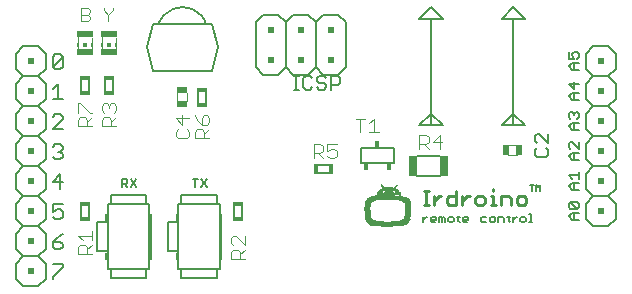
<source format=gto>
G75*
%MOIN*%
%OFA0B0*%
%FSLAX24Y24*%
%IPPOS*%
%LPD*%
%AMOC8*
5,1,8,0,0,1.08239X$1,22.5*
%
%ADD10C,0.0050*%
%ADD11C,0.0090*%
%ADD12C,0.0070*%
%ADD13C,0.0060*%
%ADD14R,0.0200X0.0200*%
%ADD15R,0.0400X0.0010*%
%ADD16R,0.0760X0.0010*%
%ADD17R,0.0960X0.0010*%
%ADD18R,0.1030X0.0010*%
%ADD19R,0.1120X0.0010*%
%ADD20R,0.1190X0.0010*%
%ADD21R,0.1220X0.0010*%
%ADD22R,0.1260X0.0010*%
%ADD23R,0.1300X0.0010*%
%ADD24R,0.1320X0.0010*%
%ADD25R,0.1350X0.0010*%
%ADD26R,0.1370X0.0010*%
%ADD27R,0.1380X0.0010*%
%ADD28R,0.1400X0.0010*%
%ADD29R,0.1420X0.0010*%
%ADD30R,0.0600X0.0010*%
%ADD31R,0.0610X0.0010*%
%ADD32R,0.0420X0.0010*%
%ADD33R,0.0330X0.0010*%
%ADD34R,0.0360X0.0010*%
%ADD35R,0.0320X0.0010*%
%ADD36R,0.0280X0.0010*%
%ADD37R,0.0300X0.0010*%
%ADD38R,0.0260X0.0010*%
%ADD39R,0.0270X0.0010*%
%ADD40R,0.0240X0.0010*%
%ADD41R,0.0250X0.0010*%
%ADD42R,0.0230X0.0010*%
%ADD43R,0.0220X0.0010*%
%ADD44R,0.0210X0.0010*%
%ADD45R,0.0200X0.0010*%
%ADD46R,0.0190X0.0010*%
%ADD47R,0.0180X0.0010*%
%ADD48R,0.0170X0.0010*%
%ADD49R,0.0480X0.0010*%
%ADD50R,0.1410X0.0010*%
%ADD51R,0.1390X0.0010*%
%ADD52R,0.1360X0.0010*%
%ADD53R,0.1330X0.0010*%
%ADD54R,0.1310X0.0010*%
%ADD55R,0.1210X0.0010*%
%ADD56R,0.1160X0.0010*%
%ADD57R,0.1090X0.0010*%
%ADD58R,0.0970X0.0010*%
%ADD59R,0.0840X0.0010*%
%ADD60R,0.0660X0.0010*%
%ADD61R,0.0050X0.0010*%
%ADD62R,0.0790X0.0010*%
%ADD63R,0.0800X0.0010*%
%ADD64R,0.0780X0.0010*%
%ADD65R,0.0310X0.0010*%
%ADD66R,0.0290X0.0010*%
%ADD67R,0.0150X0.0010*%
%ADD68R,0.0160X0.0010*%
%ADD69R,0.0140X0.0010*%
%ADD70R,0.0130X0.0010*%
%ADD71R,0.0640X0.0010*%
%ADD72R,0.0590X0.0010*%
%ADD73R,0.0560X0.0010*%
%ADD74R,0.0540X0.0010*%
%ADD75R,0.0500X0.0010*%
%ADD76R,0.0470X0.0010*%
%ADD77R,0.0430X0.0010*%
%ADD78R,0.0030X0.0010*%
%ADD79R,0.0040X0.0010*%
%ADD80R,0.0020X0.0010*%
%ADD81R,0.0340X0.0160*%
%ADD82C,0.0040*%
%ADD83R,0.0374X0.0197*%
%ADD84R,0.0374X0.0197*%
%ADD85R,0.0290X0.0690*%
%ADD86R,0.0160X0.0340*%
%ADD87R,0.0197X0.0374*%
%ADD88R,0.0197X0.0374*%
%ADD89R,0.0059X0.0118*%
%ADD90R,0.0118X0.0118*%
%ADD91R,0.0531X0.0236*%
%ADD92R,0.0180X0.0230*%
D10*
X006057Y011047D02*
X006057Y011342D01*
X005961Y011342D01*
X005961Y011933D01*
X005607Y011933D01*
X005607Y012917D01*
X005961Y012917D01*
X005961Y013508D01*
X006057Y013508D01*
X006057Y013803D01*
X007243Y013803D01*
X007243Y013508D01*
X007339Y013508D01*
X007339Y011342D01*
X007243Y011342D01*
X007243Y011047D01*
X006057Y011047D01*
X006057Y011342D02*
X007243Y011342D01*
X007398Y011677D02*
X007398Y013173D01*
X007243Y013508D02*
X006057Y013508D01*
X005902Y013173D02*
X005902Y012976D01*
X005961Y012917D02*
X005961Y011933D01*
X005902Y011874D02*
X005902Y011677D01*
X007957Y011933D02*
X008311Y011933D01*
X008311Y012917D01*
X007957Y012917D01*
X007957Y011933D01*
X008252Y011874D02*
X008252Y011677D01*
X008311Y011933D02*
X008311Y011342D01*
X008407Y011342D01*
X008407Y011047D01*
X009593Y011047D01*
X009593Y011342D01*
X008407Y011342D01*
X009593Y011342D02*
X009689Y011342D01*
X009689Y013508D01*
X009593Y013508D01*
X009593Y013803D01*
X008407Y013803D01*
X008407Y013508D01*
X009593Y013508D01*
X009748Y013173D02*
X009748Y011677D01*
X008311Y012917D02*
X008311Y013508D01*
X008407Y013508D01*
X008252Y013173D02*
X008252Y012976D01*
X012172Y017325D02*
X012322Y017325D01*
X012247Y017325D02*
X012247Y017776D01*
X012172Y017776D02*
X012322Y017776D01*
X012479Y017701D02*
X012479Y017400D01*
X012554Y017325D01*
X012704Y017325D01*
X012780Y017400D01*
X012940Y017400D02*
X013015Y017325D01*
X013165Y017325D01*
X013240Y017400D01*
X013240Y017475D01*
X013165Y017550D01*
X013015Y017550D01*
X012940Y017625D01*
X012940Y017701D01*
X013015Y017776D01*
X013165Y017776D01*
X013240Y017701D01*
X013400Y017776D02*
X013625Y017776D01*
X013700Y017701D01*
X013700Y017550D01*
X013625Y017475D01*
X013400Y017475D01*
X013400Y017325D02*
X013400Y017776D01*
X012780Y017701D02*
X012704Y017776D01*
X012554Y017776D01*
X012479Y017701D01*
X014390Y015385D02*
X015510Y015385D01*
X015510Y014865D01*
X014390Y014865D01*
X014390Y015385D01*
X016337Y016132D02*
X017125Y016132D01*
X016731Y016525D01*
X016337Y016132D01*
X016731Y016132D02*
X016731Y016525D01*
X016731Y019675D01*
X016337Y019675D01*
X016731Y020069D01*
X017125Y019675D01*
X016731Y019675D01*
X019087Y019675D02*
X019481Y020069D01*
X019875Y019675D01*
X019481Y019675D01*
X019481Y016525D01*
X019875Y016132D01*
X019087Y016132D01*
X019481Y016525D01*
X019481Y016132D01*
X020200Y015765D02*
X020200Y015615D01*
X020275Y015540D01*
X020275Y015379D02*
X020200Y015304D01*
X020200Y015154D01*
X020275Y015079D01*
X020575Y015079D01*
X020650Y015154D01*
X020650Y015304D01*
X020575Y015379D01*
X020650Y015540D02*
X020350Y015840D01*
X020275Y015840D01*
X020200Y015765D01*
X020650Y015840D02*
X020650Y015540D01*
X021320Y015524D02*
X021320Y015407D01*
X021378Y015349D01*
X021437Y015214D02*
X021670Y015214D01*
X021670Y015349D02*
X021437Y015582D01*
X021378Y015582D01*
X021320Y015524D01*
X021437Y015214D02*
X021320Y015097D01*
X021437Y014981D01*
X021670Y014981D01*
X021495Y014981D02*
X021495Y015214D01*
X021670Y015349D02*
X021670Y015582D01*
X021670Y015981D02*
X021437Y015981D01*
X021320Y016097D01*
X021437Y016214D01*
X021670Y016214D01*
X021612Y016349D02*
X021670Y016407D01*
X021670Y016524D01*
X021612Y016582D01*
X021553Y016582D01*
X021495Y016524D01*
X021495Y016466D01*
X021495Y016524D02*
X021437Y016582D01*
X021378Y016582D01*
X021320Y016524D01*
X021320Y016407D01*
X021378Y016349D01*
X021495Y016214D02*
X021495Y015981D01*
X021495Y016981D02*
X021495Y017214D01*
X021437Y017214D02*
X021670Y017214D01*
X021495Y017349D02*
X021495Y017582D01*
X021320Y017524D02*
X021495Y017349D01*
X021437Y017214D02*
X021320Y017097D01*
X021437Y016981D01*
X021670Y016981D01*
X021670Y017524D02*
X021320Y017524D01*
X021437Y017981D02*
X021320Y018097D01*
X021437Y018214D01*
X021670Y018214D01*
X021612Y018349D02*
X021670Y018407D01*
X021670Y018524D01*
X021612Y018582D01*
X021495Y018582D01*
X021437Y018524D01*
X021437Y018466D01*
X021495Y018349D01*
X021320Y018349D01*
X021320Y018582D01*
X021495Y018214D02*
X021495Y017981D01*
X021437Y017981D02*
X021670Y017981D01*
X019481Y019675D02*
X019087Y019675D01*
X021670Y014582D02*
X021670Y014349D01*
X021670Y014466D02*
X021320Y014466D01*
X021437Y014349D01*
X021437Y014214D02*
X021670Y014214D01*
X021495Y014214D02*
X021495Y013981D01*
X021437Y013981D02*
X021320Y014097D01*
X021437Y014214D01*
X021437Y013981D02*
X021670Y013981D01*
X021612Y013582D02*
X021378Y013582D01*
X021612Y013349D01*
X021670Y013407D01*
X021670Y013524D01*
X021612Y013582D01*
X021612Y013349D02*
X021378Y013349D01*
X021320Y013407D01*
X021320Y013524D01*
X021378Y013582D01*
X021437Y013214D02*
X021670Y013214D01*
X021495Y013214D02*
X021495Y012981D01*
X021437Y012981D02*
X021320Y013097D01*
X021437Y013214D01*
X021437Y012981D02*
X021670Y012981D01*
X020373Y013950D02*
X020373Y014140D01*
X020309Y014077D01*
X020246Y014140D01*
X020246Y013950D01*
X020088Y013950D02*
X020088Y014140D01*
X020025Y014140D02*
X020152Y014140D01*
X020056Y013170D02*
X020056Y012900D01*
X020011Y012900D02*
X020101Y012900D01*
X019896Y012945D02*
X019896Y013035D01*
X019851Y013080D01*
X019761Y013080D01*
X019716Y013035D01*
X019716Y012945D01*
X019761Y012900D01*
X019851Y012900D01*
X019896Y012945D01*
X020011Y013170D02*
X020056Y013170D01*
X019606Y013080D02*
X019561Y013080D01*
X019471Y012990D01*
X019471Y012900D02*
X019471Y013080D01*
X019364Y013080D02*
X019274Y013080D01*
X019319Y013125D02*
X019319Y012945D01*
X019364Y012900D01*
X019160Y012900D02*
X019160Y013035D01*
X019115Y013080D01*
X018980Y013080D01*
X018980Y012900D01*
X018865Y012945D02*
X018865Y013035D01*
X018820Y013080D01*
X018730Y013080D01*
X018685Y013035D01*
X018685Y012945D01*
X018730Y012900D01*
X018820Y012900D01*
X018865Y012945D01*
X018570Y012900D02*
X018435Y012900D01*
X018390Y012945D01*
X018390Y013035D01*
X018435Y013080D01*
X018570Y013080D01*
X017981Y013035D02*
X017981Y012990D01*
X017801Y012990D01*
X017801Y012945D02*
X017801Y013035D01*
X017846Y013080D01*
X017936Y013080D01*
X017981Y013035D01*
X017936Y012900D02*
X017846Y012900D01*
X017801Y012945D01*
X017695Y012900D02*
X017650Y012945D01*
X017650Y013125D01*
X017695Y013080D02*
X017604Y013080D01*
X017490Y013035D02*
X017445Y013080D01*
X017355Y013080D01*
X017310Y013035D01*
X017310Y012945D01*
X017355Y012900D01*
X017445Y012900D01*
X017490Y012945D01*
X017490Y013035D01*
X017195Y013035D02*
X017195Y012900D01*
X017105Y012900D02*
X017105Y013035D01*
X017150Y013080D01*
X017195Y013035D01*
X017105Y013035D02*
X017060Y013080D01*
X017015Y013080D01*
X017015Y012900D01*
X016901Y012990D02*
X016721Y012990D01*
X016721Y012945D02*
X016721Y013035D01*
X016766Y013080D01*
X016856Y013080D01*
X016901Y013035D01*
X016901Y012990D01*
X016856Y012900D02*
X016766Y012900D01*
X016721Y012945D01*
X016610Y013080D02*
X016565Y013080D01*
X016475Y012990D01*
X016475Y012900D02*
X016475Y013080D01*
X009435Y017948D02*
X007466Y017948D01*
X007269Y018735D01*
X007466Y019523D01*
X007663Y019523D01*
X009238Y019523D01*
X009435Y019523D01*
X009632Y018735D01*
X009435Y017948D01*
X009237Y019523D02*
X009216Y019576D01*
X009191Y019626D01*
X009162Y019675D01*
X009130Y019722D01*
X009096Y019767D01*
X009058Y019809D01*
X009017Y019849D01*
X008974Y019885D01*
X008929Y019919D01*
X008881Y019950D01*
X008832Y019977D01*
X008781Y020001D01*
X008728Y020022D01*
X008674Y020039D01*
X008619Y020052D01*
X008563Y020061D01*
X008507Y020067D01*
X008450Y020069D01*
X008393Y020067D01*
X008337Y020061D01*
X008281Y020052D01*
X008226Y020039D01*
X008172Y020022D01*
X008119Y020001D01*
X008068Y019977D01*
X008019Y019950D01*
X007971Y019919D01*
X007926Y019885D01*
X007883Y019849D01*
X007842Y019809D01*
X007804Y019767D01*
X007770Y019722D01*
X007738Y019675D01*
X007709Y019626D01*
X007684Y019576D01*
X007663Y019523D01*
D11*
X016495Y013940D02*
X016652Y013940D01*
X016573Y013940D02*
X016573Y013470D01*
X016495Y013470D02*
X016652Y013470D01*
X016839Y013470D02*
X016839Y013784D01*
X016996Y013784D02*
X017074Y013784D01*
X016996Y013784D02*
X016839Y013627D01*
X017268Y013705D02*
X017347Y013784D01*
X017582Y013784D01*
X017582Y013940D02*
X017582Y013470D01*
X017347Y013470D01*
X017268Y013548D01*
X017268Y013705D01*
X017784Y013627D02*
X017941Y013784D01*
X018019Y013784D01*
X018214Y013705D02*
X018214Y013548D01*
X018292Y013470D01*
X018449Y013470D01*
X018527Y013548D01*
X018527Y013705D01*
X018449Y013784D01*
X018292Y013784D01*
X018214Y013705D01*
X017784Y013784D02*
X017784Y013470D01*
X018729Y013470D02*
X018886Y013470D01*
X018808Y013470D02*
X018808Y013784D01*
X018729Y013784D01*
X018808Y013940D02*
X018808Y014019D01*
X019073Y013784D02*
X019308Y013784D01*
X019387Y013705D01*
X019387Y013470D01*
X019589Y013548D02*
X019667Y013470D01*
X019824Y013470D01*
X019902Y013548D01*
X019902Y013705D01*
X019824Y013784D01*
X019667Y013784D01*
X019589Y013705D01*
X019589Y013548D01*
X019073Y013470D02*
X019073Y013784D01*
D12*
X004462Y013500D02*
X004135Y013500D01*
X004135Y013255D01*
X004298Y013337D01*
X004380Y013337D01*
X004462Y013255D01*
X004462Y013092D01*
X004380Y013010D01*
X004217Y013010D01*
X004135Y013092D01*
X004462Y012500D02*
X004298Y012419D01*
X004135Y012255D01*
X004380Y012255D01*
X004462Y012173D01*
X004462Y012092D01*
X004380Y012010D01*
X004217Y012010D01*
X004135Y012092D01*
X004135Y012255D01*
X004135Y011500D02*
X004462Y011500D01*
X004462Y011419D01*
X004135Y011092D01*
X004135Y011010D01*
X004380Y014010D02*
X004380Y014500D01*
X004135Y014255D01*
X004462Y014255D01*
X004380Y015010D02*
X004217Y015010D01*
X004135Y015092D01*
X004298Y015255D02*
X004380Y015255D01*
X004462Y015173D01*
X004462Y015092D01*
X004380Y015010D01*
X004380Y015255D02*
X004462Y015337D01*
X004462Y015419D01*
X004380Y015500D01*
X004217Y015500D01*
X004135Y015419D01*
X004135Y016010D02*
X004462Y016337D01*
X004462Y016419D01*
X004380Y016500D01*
X004217Y016500D01*
X004135Y016419D01*
X004135Y016010D02*
X004462Y016010D01*
X004462Y017010D02*
X004135Y017010D01*
X004298Y017010D02*
X004298Y017500D01*
X004135Y017337D01*
X004217Y018010D02*
X004135Y018092D01*
X004462Y018419D01*
X004462Y018092D01*
X004380Y018010D01*
X004217Y018010D01*
X004135Y018092D02*
X004135Y018419D01*
X004217Y018500D01*
X004380Y018500D01*
X004462Y018419D01*
D13*
X002900Y011025D02*
X003150Y010775D01*
X003650Y010775D01*
X003900Y011025D01*
X003900Y011525D01*
X003650Y011775D01*
X003150Y011775D01*
X002900Y011525D01*
X002900Y011025D01*
X003150Y011775D02*
X002900Y012025D01*
X002900Y012525D01*
X003150Y012775D01*
X002900Y013025D01*
X002900Y013525D01*
X003150Y013775D01*
X002900Y014025D01*
X002900Y014525D01*
X003150Y014775D01*
X002900Y015025D01*
X002900Y015525D01*
X003150Y015775D01*
X002900Y016025D01*
X002900Y016525D01*
X003150Y016775D01*
X002900Y017025D01*
X002900Y017525D01*
X003150Y017775D01*
X002900Y018025D01*
X002900Y018525D01*
X003150Y018775D01*
X003650Y018775D01*
X003900Y018525D01*
X003900Y018025D01*
X003650Y017775D01*
X003900Y017525D01*
X003900Y017025D01*
X003650Y016775D01*
X003150Y016775D01*
X003650Y016775D02*
X003900Y016525D01*
X003900Y016025D01*
X003650Y015775D01*
X003900Y015525D01*
X003900Y015025D01*
X003650Y014775D01*
X003900Y014525D01*
X003900Y014025D01*
X003650Y013775D01*
X003150Y013775D01*
X003650Y013775D02*
X003900Y013525D01*
X003900Y013025D01*
X003650Y012775D01*
X003900Y012525D01*
X003900Y012025D01*
X003650Y011775D01*
X003650Y012775D02*
X003150Y012775D01*
X005060Y013105D02*
X005060Y013445D01*
X005340Y013445D02*
X005340Y013105D01*
X006437Y014079D02*
X006437Y014340D01*
X006568Y014340D01*
X006611Y014296D01*
X006611Y014210D01*
X006568Y014166D01*
X006437Y014166D01*
X006524Y014166D02*
X006611Y014079D01*
X006732Y014079D02*
X006906Y014340D01*
X006732Y014340D02*
X006906Y014079D01*
X008787Y014340D02*
X008961Y014340D01*
X008874Y014340D02*
X008874Y014079D01*
X009082Y014079D02*
X009256Y014340D01*
X009082Y014340D02*
X009256Y014079D01*
X010160Y013445D02*
X010160Y013105D01*
X010440Y013105D02*
X010440Y013445D01*
X012980Y014535D02*
X013320Y014535D01*
X013320Y014815D02*
X012980Y014815D01*
X016275Y015095D02*
X017030Y015095D01*
X017030Y014455D02*
X016275Y014455D01*
X013650Y017825D02*
X013150Y017825D01*
X012900Y018075D01*
X012900Y019575D01*
X013150Y019825D01*
X013650Y019825D01*
X013900Y019575D01*
X013900Y018075D01*
X013650Y017825D01*
X012900Y018075D02*
X012650Y017825D01*
X012150Y017825D01*
X011900Y018075D01*
X011900Y019575D01*
X012150Y019825D01*
X012650Y019825D01*
X012900Y019575D01*
X011900Y019575D02*
X011650Y019825D01*
X011150Y019825D01*
X010900Y019575D01*
X010900Y018075D01*
X011150Y017825D01*
X011650Y017825D01*
X011900Y018075D01*
X009240Y017245D02*
X009240Y016905D01*
X008960Y016905D02*
X008960Y017245D01*
X006140Y017305D02*
X006140Y017645D01*
X005860Y017645D02*
X005860Y017305D01*
X005340Y017305D02*
X005340Y017645D01*
X005060Y017645D02*
X005060Y017305D01*
X003650Y017775D02*
X003150Y017775D01*
X003150Y015775D02*
X003650Y015775D01*
X003650Y014775D02*
X003150Y014775D01*
X021900Y014525D02*
X021900Y014025D01*
X022150Y013775D01*
X022650Y013775D01*
X022900Y014025D01*
X022900Y014525D01*
X022650Y014775D01*
X022150Y014775D01*
X021900Y014525D01*
X022150Y014775D02*
X021900Y015025D01*
X021900Y015525D01*
X022150Y015775D01*
X021900Y016025D01*
X021900Y016525D01*
X022150Y016775D01*
X021900Y017025D01*
X021900Y017525D01*
X022150Y017775D01*
X021900Y018025D01*
X021900Y018525D01*
X022150Y018775D01*
X022650Y018775D01*
X022900Y018525D01*
X022900Y018025D01*
X022650Y017775D01*
X022900Y017525D01*
X022900Y017025D01*
X022650Y016775D01*
X022900Y016525D01*
X022900Y016025D01*
X022650Y015775D01*
X022900Y015525D01*
X022900Y015025D01*
X022650Y014775D01*
X022650Y015775D02*
X022150Y015775D01*
X022150Y016775D02*
X022650Y016775D01*
X022650Y017775D02*
X022150Y017775D01*
X022150Y013775D02*
X021900Y013525D01*
X021900Y013025D01*
X022150Y012775D01*
X022650Y012775D01*
X022900Y013025D01*
X022900Y013525D01*
X022650Y013775D01*
D14*
X022400Y014275D03*
X022400Y013275D03*
X022400Y015275D03*
X022400Y016275D03*
X022400Y017275D03*
X022400Y018275D03*
X013400Y018325D03*
X012400Y018325D03*
X011400Y018325D03*
X011400Y019325D03*
X012400Y019325D03*
X013400Y019325D03*
X003400Y018275D03*
X003400Y017275D03*
X003400Y016275D03*
X003400Y015275D03*
X003400Y014275D03*
X003400Y013275D03*
X003400Y012275D03*
X003400Y011275D03*
D15*
X014771Y012912D03*
X015271Y012752D03*
D16*
X015291Y012762D03*
X015331Y013852D03*
D17*
X015281Y012772D03*
D18*
X015286Y012782D03*
D19*
X015281Y012792D03*
D20*
X015286Y012802D03*
D21*
X015281Y012812D03*
D22*
X015291Y012822D03*
X015291Y013702D03*
D23*
X015291Y012832D03*
D24*
X015291Y012842D03*
D25*
X015286Y012852D03*
D26*
X015286Y012862D03*
D27*
X015291Y012872D03*
D28*
X015291Y012882D03*
D29*
X015291Y012892D03*
D30*
X014881Y012902D03*
D31*
X015696Y012902D03*
X015326Y013952D03*
D32*
X015341Y014022D03*
X015821Y013632D03*
X015801Y012912D03*
X014811Y013642D03*
D33*
X014746Y013622D03*
X014736Y012922D03*
X015856Y012932D03*
D34*
X015841Y012922D03*
X015851Y013622D03*
X015311Y014032D03*
X014771Y013632D03*
D35*
X014721Y012932D03*
X015881Y013612D03*
D36*
X015911Y013592D03*
X015341Y013912D03*
X014721Y013612D03*
X014701Y012942D03*
X015891Y012952D03*
D37*
X015871Y012942D03*
X015901Y013602D03*
D38*
X015931Y013572D03*
X015941Y013562D03*
X015331Y014042D03*
X014681Y012962D03*
X014691Y012952D03*
D39*
X014706Y013602D03*
X015336Y013882D03*
X015336Y013892D03*
X015336Y013902D03*
X015926Y013582D03*
X015896Y012962D03*
D40*
X015921Y012992D03*
X015951Y013552D03*
X014681Y013582D03*
X014671Y012972D03*
D41*
X014696Y013592D03*
X015906Y012972D03*
X015916Y012982D03*
D42*
X015926Y013002D03*
X015936Y013012D03*
X015936Y013022D03*
X015966Y013512D03*
X015966Y013522D03*
X015956Y013532D03*
X015956Y013542D03*
X014676Y013572D03*
X014666Y012982D03*
D43*
X014661Y012992D03*
X014661Y013562D03*
X015621Y013802D03*
X015971Y013502D03*
X015971Y013492D03*
X015941Y013032D03*
D44*
X015946Y013042D03*
X015946Y013052D03*
X015946Y013062D03*
X015956Y013082D03*
X015956Y013092D03*
X015976Y013432D03*
X015976Y013442D03*
X015976Y013452D03*
X015976Y013462D03*
X015976Y013472D03*
X015976Y013482D03*
X014656Y013542D03*
X014656Y013552D03*
X014646Y013022D03*
X014656Y013012D03*
X014656Y013002D03*
D45*
X014641Y013032D03*
X014641Y013042D03*
X014641Y013052D03*
X014631Y013092D03*
X014651Y013532D03*
X015051Y013862D03*
X015981Y013422D03*
X015981Y013412D03*
X015981Y013402D03*
X015981Y013392D03*
X015981Y013382D03*
X015981Y013372D03*
X015981Y013362D03*
X015981Y013352D03*
X015981Y013342D03*
X015981Y013332D03*
X015981Y013322D03*
X015981Y013312D03*
X015981Y013302D03*
X015981Y013292D03*
X015971Y013262D03*
X015971Y013252D03*
X015971Y013242D03*
X015971Y013232D03*
X015971Y013222D03*
X015971Y013212D03*
X015971Y013202D03*
X015971Y013192D03*
X015971Y013182D03*
X015971Y013172D03*
X015961Y013142D03*
X015961Y013132D03*
X015961Y013122D03*
X015961Y013112D03*
X015961Y013102D03*
X015951Y013072D03*
D46*
X015966Y013152D03*
X015966Y013162D03*
X015976Y013272D03*
X015976Y013282D03*
X014646Y013522D03*
X014636Y013512D03*
X014636Y013502D03*
X014626Y013472D03*
X014626Y013142D03*
X014626Y013132D03*
X014626Y013122D03*
X014626Y013112D03*
X014626Y013102D03*
X014636Y013082D03*
X014636Y013072D03*
X014636Y013062D03*
D47*
X014621Y013152D03*
X014621Y013162D03*
X014621Y013172D03*
X014621Y013182D03*
X014621Y013192D03*
X014621Y013202D03*
X014621Y013212D03*
X014621Y013222D03*
X014621Y013232D03*
X014621Y013242D03*
X014621Y013252D03*
X014621Y013262D03*
X014621Y013272D03*
X014621Y013282D03*
X014621Y013402D03*
X014621Y013412D03*
X014621Y013422D03*
X014621Y013432D03*
X014621Y013442D03*
X014621Y013452D03*
X014621Y013462D03*
X014631Y013482D03*
X014631Y013492D03*
D48*
X014616Y013392D03*
X014616Y013382D03*
X014616Y013372D03*
X014616Y013362D03*
X014616Y013352D03*
X014616Y013342D03*
X014616Y013332D03*
X014616Y013322D03*
X014616Y013312D03*
X014616Y013302D03*
X014616Y013292D03*
X015046Y013872D03*
X015626Y013862D03*
D49*
X015421Y013932D03*
X015781Y013642D03*
D50*
X015306Y013652D03*
D51*
X015306Y013662D03*
D52*
X015301Y013672D03*
D53*
X015296Y013682D03*
D54*
X015296Y013692D03*
D55*
X015286Y013712D03*
D56*
X015281Y013722D03*
D57*
X015266Y013732D03*
D58*
X015246Y013742D03*
D59*
X015221Y013752D03*
D60*
X015201Y013762D03*
D61*
X015706Y013792D03*
D62*
X015336Y013812D03*
D63*
X015331Y013822D03*
D64*
X015331Y013832D03*
X015331Y013842D03*
D65*
X015326Y013862D03*
D66*
X015336Y013872D03*
X015346Y013922D03*
D67*
X015626Y013882D03*
X015626Y013872D03*
X015046Y013892D03*
D68*
X015041Y013882D03*
X015331Y014052D03*
D69*
X015071Y013932D03*
X015061Y013922D03*
X015051Y013912D03*
X015051Y013902D03*
X015621Y013892D03*
D70*
X015616Y013902D03*
X015616Y013912D03*
X015606Y013922D03*
D71*
X015331Y013942D03*
D72*
X015326Y013962D03*
D73*
X015331Y013972D03*
D74*
X015331Y013982D03*
D75*
X015331Y013992D03*
D76*
X015326Y014002D03*
D77*
X015336Y014012D03*
D78*
X015536Y014032D03*
X015576Y014082D03*
X015596Y014112D03*
X015136Y014052D03*
X015126Y014072D03*
X015106Y014102D03*
X015096Y014112D03*
X015086Y014132D03*
D79*
X015091Y014122D03*
X015111Y014092D03*
X015121Y014082D03*
X015131Y014062D03*
X015141Y014042D03*
X015541Y014042D03*
X015551Y014052D03*
X015561Y014062D03*
X015571Y014072D03*
X015581Y014092D03*
X015591Y014102D03*
D80*
X015601Y014122D03*
D81*
X010300Y013525D03*
X010300Y013025D03*
X009100Y016825D03*
X009100Y017325D03*
X006000Y017225D03*
X006000Y017725D03*
X005200Y017725D03*
X005200Y017225D03*
X005200Y013525D03*
X005200Y013025D03*
D82*
X005430Y012612D02*
X005430Y012305D01*
X005430Y012152D02*
X005277Y011998D01*
X005277Y012075D02*
X005277Y011845D01*
X005430Y011845D02*
X004970Y011845D01*
X004970Y012075D01*
X005046Y012152D01*
X005200Y012152D01*
X005277Y012075D01*
X005123Y012305D02*
X004970Y012459D01*
X005430Y012459D01*
X008296Y015695D02*
X008603Y015695D01*
X008680Y015772D01*
X008680Y015925D01*
X008603Y016002D01*
X008450Y016155D02*
X008450Y016462D01*
X008680Y016386D02*
X008220Y016386D01*
X008450Y016155D01*
X008296Y016002D02*
X008220Y015925D01*
X008220Y015772D01*
X008296Y015695D01*
X008870Y015695D02*
X008870Y015925D01*
X008946Y016002D01*
X009100Y016002D01*
X009177Y015925D01*
X009177Y015695D01*
X009330Y015695D02*
X008870Y015695D01*
X009177Y015848D02*
X009330Y016002D01*
X009253Y016155D02*
X009330Y016232D01*
X009330Y016386D01*
X009253Y016462D01*
X009177Y016462D01*
X009100Y016386D01*
X009100Y016155D01*
X009253Y016155D01*
X009100Y016155D02*
X008946Y016309D01*
X008870Y016462D01*
X008615Y016935D02*
X008615Y017215D01*
X008280Y017215D02*
X008280Y016935D01*
X006230Y016786D02*
X006230Y016632D01*
X006153Y016555D01*
X006230Y016402D02*
X006077Y016248D01*
X006077Y016325D02*
X006077Y016095D01*
X006230Y016095D02*
X005770Y016095D01*
X005770Y016325D01*
X005846Y016402D01*
X006000Y016402D01*
X006077Y016325D01*
X005846Y016555D02*
X005770Y016632D01*
X005770Y016786D01*
X005846Y016862D01*
X005923Y016862D01*
X006000Y016786D01*
X006077Y016862D01*
X006153Y016862D01*
X006230Y016786D01*
X006000Y016786D02*
X006000Y016709D01*
X005430Y016555D02*
X005353Y016555D01*
X005046Y016862D01*
X004970Y016862D01*
X004970Y016555D01*
X005046Y016402D02*
X005200Y016402D01*
X005277Y016325D01*
X005277Y016095D01*
X005430Y016095D02*
X004970Y016095D01*
X004970Y016325D01*
X005046Y016402D01*
X005277Y016248D02*
X005430Y016402D01*
X005446Y018698D02*
X005446Y019052D01*
X005754Y019062D02*
X005754Y018698D01*
X006246Y018698D02*
X006246Y019052D01*
X005973Y019595D02*
X005973Y019825D01*
X006127Y019979D01*
X006127Y020055D01*
X005973Y019825D02*
X005820Y019979D01*
X005820Y020055D01*
X005377Y019979D02*
X005377Y019902D01*
X005300Y019825D01*
X005070Y019825D01*
X005070Y019595D02*
X005300Y019595D01*
X005377Y019672D01*
X005377Y019748D01*
X005300Y019825D01*
X005377Y019979D02*
X005300Y020055D01*
X005070Y020055D01*
X005070Y019595D01*
X004954Y019062D02*
X004954Y018698D01*
X012820Y015505D02*
X012820Y015045D01*
X012820Y015198D02*
X013050Y015198D01*
X013127Y015275D01*
X013127Y015429D01*
X013050Y015505D01*
X012820Y015505D01*
X012973Y015198D02*
X013127Y015045D01*
X013280Y015122D02*
X013357Y015045D01*
X013511Y015045D01*
X013587Y015122D01*
X013587Y015275D01*
X013511Y015352D01*
X013434Y015352D01*
X013280Y015275D01*
X013280Y015505D01*
X013587Y015505D01*
X014373Y015895D02*
X014373Y016355D01*
X014220Y016355D02*
X014527Y016355D01*
X014680Y016202D02*
X014834Y016355D01*
X014834Y015895D01*
X014987Y015895D02*
X014680Y015895D01*
X016349Y015805D02*
X016349Y015345D01*
X016349Y015498D02*
X016579Y015498D01*
X016656Y015575D01*
X016656Y015729D01*
X016579Y015805D01*
X016349Y015805D01*
X016810Y015575D02*
X017117Y015575D01*
X017040Y015345D02*
X017040Y015805D01*
X016810Y015575D01*
X016656Y015345D02*
X016503Y015498D01*
X019310Y015490D02*
X019590Y015490D01*
X019590Y015155D02*
X019310Y015155D01*
X010530Y012442D02*
X010530Y012135D01*
X010223Y012442D01*
X010146Y012442D01*
X010070Y012365D01*
X010070Y012211D01*
X010146Y012135D01*
X010146Y011981D02*
X010070Y011904D01*
X010070Y011674D01*
X010530Y011674D01*
X010377Y011674D02*
X010377Y011904D01*
X010300Y011981D01*
X010146Y011981D01*
X010377Y011828D02*
X010530Y011981D01*
D83*
X008448Y017303D03*
D84*
X008448Y016843D03*
D85*
X016130Y014775D03*
X017170Y014775D03*
D86*
X013400Y014675D03*
X012900Y014675D03*
D87*
X019222Y015323D03*
D88*
X019682Y015323D03*
D89*
X006236Y018816D03*
X005764Y018816D03*
X005436Y018816D03*
X004964Y018816D03*
D90*
X005200Y018816D03*
X006000Y018816D03*
D91*
X006000Y018580D03*
X006000Y019170D03*
X005200Y019170D03*
X005200Y018580D03*
D92*
X014580Y014730D03*
X015320Y014730D03*
X014950Y015520D03*
M02*

</source>
